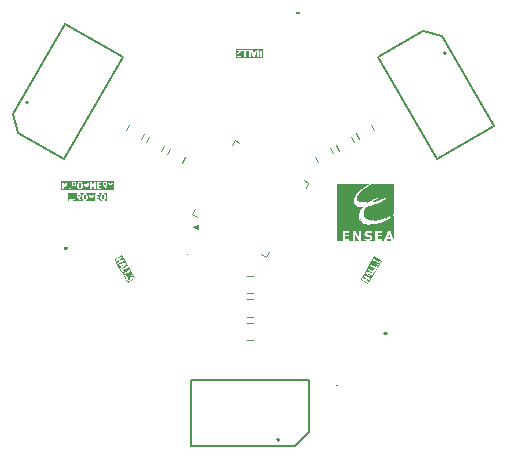
<source format=gbr>
%TF.GenerationSoftware,KiCad,Pcbnew,9.0.6-rc1*%
%TF.CreationDate,2025-10-31T17:35:14+01:00*%
%TF.ProjectId,PCB_BRUSHED,5043425f-4252-4555-9348-45442e6b6963,rev?*%
%TF.SameCoordinates,Original*%
%TF.FileFunction,Legend,Top*%
%TF.FilePolarity,Positive*%
%FSLAX46Y46*%
G04 Gerber Fmt 4.6, Leading zero omitted, Abs format (unit mm)*
G04 Created by KiCad (PCBNEW 9.0.6-rc1) date 2025-10-31 17:35:14*
%MOMM*%
%LPD*%
G01*
G04 APERTURE LIST*
%ADD10C,0.125000*%
%ADD11C,0.000000*%
%ADD12C,0.120000*%
%ADD13C,0.200000*%
%ADD14C,0.254000*%
%ADD15C,0.100000*%
G04 APERTURE END LIST*
D10*
G36*
X119182798Y-101681904D02*
G01*
X119150464Y-101625902D01*
X119250635Y-101605403D01*
X119182798Y-101681904D01*
G37*
G36*
X120294935Y-102768895D02*
G01*
X119645415Y-103143895D01*
X119399262Y-102717546D01*
X119506542Y-102717546D01*
X119509732Y-102770690D01*
X119510525Y-102773718D01*
X119510155Y-102775103D01*
X119513375Y-102784591D01*
X119515915Y-102794280D01*
X119516986Y-102795230D01*
X119517993Y-102798195D01*
X119589422Y-102921913D01*
X119591486Y-102924267D01*
X119591774Y-102925670D01*
X119598894Y-102932713D01*
X119605502Y-102940247D01*
X119606885Y-102940617D01*
X119609112Y-102942820D01*
X119653541Y-102972155D01*
X119662815Y-102975937D01*
X119671803Y-102980369D01*
X119704327Y-102989083D01*
X119714324Y-102989737D01*
X119724246Y-102991100D01*
X119777390Y-102987911D01*
X119780419Y-102987117D01*
X119781803Y-102987488D01*
X119791285Y-102984269D01*
X119800980Y-102981729D01*
X119801931Y-102980656D01*
X119804896Y-102979650D01*
X119907995Y-102920126D01*
X119910349Y-102918061D01*
X119911753Y-102917774D01*
X119918799Y-102910649D01*
X119926329Y-102904046D01*
X119926699Y-102902662D01*
X119928902Y-102900436D01*
X119958236Y-102856007D01*
X119962019Y-102846728D01*
X119966449Y-102837746D01*
X119975164Y-102805221D01*
X119975818Y-102795228D01*
X119977182Y-102785300D01*
X119975510Y-102757452D01*
X120112056Y-102784455D01*
X120129828Y-102784434D01*
X120132338Y-102785107D01*
X120133509Y-102784430D01*
X120136443Y-102784427D01*
X120154723Y-102772182D01*
X120173765Y-102761189D01*
X120174339Y-102759043D01*
X120176186Y-102757807D01*
X120180452Y-102736230D01*
X120186146Y-102714984D01*
X120185203Y-102712207D01*
X120185466Y-102710880D01*
X120184019Y-102708721D01*
X120178307Y-102691892D01*
X120023546Y-102423836D01*
X120007466Y-102405501D01*
X119961262Y-102393121D01*
X119919834Y-102417039D01*
X119907454Y-102463243D01*
X119915292Y-102486336D01*
X120001185Y-102635108D01*
X119888015Y-102612729D01*
X119870242Y-102612749D01*
X119867733Y-102612077D01*
X119866561Y-102612753D01*
X119863628Y-102612757D01*
X119845347Y-102625001D01*
X119826306Y-102635995D01*
X119825731Y-102638140D01*
X119823885Y-102639377D01*
X119819618Y-102660951D01*
X119813925Y-102682199D01*
X119814867Y-102684976D01*
X119814605Y-102686304D01*
X119816051Y-102688462D01*
X119821763Y-102705292D01*
X119850099Y-102754372D01*
X119851798Y-102782667D01*
X119848333Y-102795597D01*
X119832716Y-102819250D01*
X119755173Y-102864018D01*
X119726881Y-102865716D01*
X119713950Y-102862251D01*
X119690297Y-102846634D01*
X119633623Y-102748472D01*
X119631925Y-102720179D01*
X119638015Y-102697454D01*
X119639610Y-102673119D01*
X119615693Y-102631694D01*
X119569487Y-102619312D01*
X119528061Y-102643229D01*
X119517275Y-102665101D01*
X119508560Y-102697624D01*
X119507904Y-102707619D01*
X119506542Y-102717546D01*
X119399262Y-102717546D01*
X119218206Y-102403948D01*
X119295869Y-102403948D01*
X119303707Y-102427041D01*
X119422756Y-102633238D01*
X119438835Y-102651573D01*
X119485040Y-102663953D01*
X119526467Y-102640035D01*
X119538847Y-102593831D01*
X119531009Y-102570738D01*
X119443211Y-102418667D01*
X119822097Y-102199918D01*
X119840431Y-102183838D01*
X119852812Y-102137634D01*
X119828894Y-102096207D01*
X119782689Y-102083826D01*
X119759597Y-102091665D01*
X119326584Y-102341664D01*
X119308249Y-102357744D01*
X119295869Y-102403948D01*
X119218206Y-102403948D01*
X119015825Y-102053414D01*
X119093488Y-102053414D01*
X119101326Y-102076507D01*
X119220375Y-102282704D01*
X119236454Y-102301039D01*
X119282659Y-102313419D01*
X119324086Y-102289501D01*
X119336466Y-102243297D01*
X119328628Y-102220204D01*
X119240830Y-102068133D01*
X119619716Y-101849384D01*
X119638050Y-101833304D01*
X119650431Y-101787100D01*
X119626513Y-101745673D01*
X119580308Y-101733292D01*
X119557216Y-101741131D01*
X119124203Y-101991130D01*
X119105868Y-102007210D01*
X119093488Y-102053414D01*
X119015825Y-102053414D01*
X118754271Y-101600389D01*
X118844089Y-101600389D01*
X118853679Y-101647254D01*
X118893598Y-101673610D01*
X118917984Y-101673476D01*
X119021377Y-101652317D01*
X119095378Y-101780488D01*
X119025357Y-101859453D01*
X119013048Y-101880505D01*
X119015914Y-101928254D01*
X119051705Y-101959992D01*
X119099454Y-101957126D01*
X119118883Y-101942387D01*
X119468563Y-101548049D01*
X119480872Y-101526997D01*
X119480592Y-101522333D01*
X119483164Y-101518438D01*
X119479193Y-101499035D01*
X119478006Y-101479248D01*
X119474510Y-101476148D01*
X119473574Y-101471573D01*
X119457040Y-101460656D01*
X119442215Y-101447510D01*
X119437552Y-101447789D01*
X119433656Y-101445217D01*
X119409270Y-101445351D01*
X118892924Y-101551014D01*
X118870445Y-101560470D01*
X118844089Y-101600389D01*
X118754271Y-101600389D01*
X118539635Y-101228628D01*
X118617298Y-101228628D01*
X118641216Y-101270056D01*
X118687420Y-101282436D01*
X118710513Y-101274598D01*
X118883202Y-101174895D01*
X118963559Y-101314078D01*
X118790870Y-101413780D01*
X118772535Y-101429860D01*
X118760155Y-101476064D01*
X118784073Y-101517492D01*
X118830277Y-101529872D01*
X118853370Y-101522034D01*
X119286383Y-101272034D01*
X119304717Y-101255954D01*
X119317098Y-101209750D01*
X119293180Y-101168323D01*
X119246975Y-101155942D01*
X119223883Y-101163781D01*
X119071812Y-101251578D01*
X118991455Y-101112395D01*
X119143526Y-101024598D01*
X119161860Y-101008518D01*
X119174241Y-100962314D01*
X119150323Y-100920887D01*
X119104118Y-100908506D01*
X119081026Y-100916345D01*
X118648013Y-101166344D01*
X118629678Y-101182424D01*
X118617298Y-101228628D01*
X118539635Y-101228628D01*
X118508510Y-101174718D01*
X119158030Y-100799718D01*
X120294935Y-102768895D01*
G37*
G36*
X140119866Y-102405046D02*
G01*
X140087532Y-102461049D01*
X140019694Y-102384547D01*
X140119866Y-102405046D01*
G37*
G36*
X141152300Y-101277534D02*
G01*
X140017773Y-103242592D01*
X139368389Y-102867670D01*
X139399560Y-102813681D01*
X139477042Y-102813681D01*
X139489422Y-102859885D01*
X139507757Y-102875965D01*
X139940770Y-103125964D01*
X139963862Y-103133803D01*
X140010067Y-103121422D01*
X140033985Y-103079995D01*
X140021604Y-103033791D01*
X140003270Y-103017711D01*
X139830580Y-102918008D01*
X139910937Y-102778826D01*
X140083627Y-102878528D01*
X140106719Y-102886367D01*
X140152924Y-102873986D01*
X140176842Y-102832559D01*
X140164461Y-102786355D01*
X140146127Y-102770275D01*
X139713114Y-102520275D01*
X139690021Y-102512437D01*
X139643817Y-102524817D01*
X139619899Y-102566245D01*
X139632279Y-102612449D01*
X139650614Y-102628529D01*
X139802684Y-102716326D01*
X139722326Y-102855508D01*
X139570257Y-102767711D01*
X139547164Y-102759873D01*
X139500960Y-102772253D01*
X139477042Y-102813681D01*
X139399560Y-102813681D01*
X139697530Y-102297582D01*
X139787166Y-102297582D01*
X139789738Y-102301478D01*
X139789459Y-102306141D01*
X139801768Y-102327193D01*
X140151447Y-102721531D01*
X140170876Y-102736269D01*
X140218624Y-102739135D01*
X140254415Y-102707398D01*
X140257281Y-102659649D01*
X140244972Y-102638597D01*
X140174952Y-102559634D01*
X140248952Y-102431461D01*
X140352347Y-102452620D01*
X140376733Y-102452754D01*
X140416651Y-102426398D01*
X140426241Y-102379533D01*
X140399885Y-102339614D01*
X140377407Y-102330158D01*
X139861061Y-102224495D01*
X139836675Y-102224361D01*
X139832778Y-102226933D01*
X139828116Y-102226654D01*
X139813291Y-102239799D01*
X139796756Y-102250717D01*
X139795819Y-102255293D01*
X139792325Y-102258392D01*
X139791137Y-102278172D01*
X139787166Y-102297582D01*
X139697530Y-102297582D01*
X139875751Y-101988894D01*
X139953232Y-101988894D01*
X139965612Y-102035098D01*
X139983947Y-102051178D01*
X140416960Y-102301177D01*
X140440052Y-102309016D01*
X140486257Y-102296636D01*
X140502337Y-102278301D01*
X140621385Y-102072105D01*
X140629223Y-102049013D01*
X140616843Y-102002808D01*
X140575416Y-101978890D01*
X140529211Y-101991270D01*
X140513132Y-102009605D01*
X140425333Y-102161674D01*
X140046447Y-101942924D01*
X140023354Y-101935086D01*
X139977150Y-101947466D01*
X139953232Y-101988894D01*
X139875751Y-101988894D01*
X140078132Y-101638360D01*
X140155613Y-101638360D01*
X140167993Y-101684564D01*
X140186328Y-101700644D01*
X140619341Y-101950643D01*
X140642433Y-101958482D01*
X140688638Y-101946102D01*
X140704718Y-101927767D01*
X140823766Y-101721571D01*
X140831604Y-101698479D01*
X140819224Y-101652274D01*
X140777797Y-101628356D01*
X140731592Y-101640736D01*
X140715513Y-101659071D01*
X140627714Y-101811140D01*
X140248828Y-101592390D01*
X140225735Y-101584552D01*
X140179531Y-101596932D01*
X140155613Y-101638360D01*
X140078132Y-101638360D01*
X140332929Y-101197038D01*
X140417121Y-101197038D01*
X140423458Y-101220587D01*
X140458763Y-101291988D01*
X140471966Y-101341266D01*
X140469385Y-101384287D01*
X140472702Y-101408447D01*
X140504439Y-101444237D01*
X140552189Y-101447102D01*
X140587979Y-101415365D01*
X140594161Y-101391775D01*
X140597350Y-101338630D01*
X140596526Y-101332628D01*
X140827119Y-101465761D01*
X140786940Y-101535353D01*
X140779102Y-101558445D01*
X140791482Y-101604650D01*
X140832909Y-101628568D01*
X140879114Y-101616188D01*
X140895194Y-101597853D01*
X141038052Y-101350417D01*
X141045890Y-101327324D01*
X141033510Y-101281120D01*
X140992083Y-101257202D01*
X140945878Y-101269582D01*
X140929799Y-101287917D01*
X140889619Y-101357508D01*
X140510733Y-101138758D01*
X140487640Y-101130920D01*
X140481425Y-101132585D01*
X140475330Y-101130523D01*
X140459017Y-101138589D01*
X140441436Y-101143300D01*
X140438217Y-101148873D01*
X140432450Y-101151726D01*
X140426617Y-101168967D01*
X140417518Y-101184728D01*
X140419183Y-101190942D01*
X140417121Y-101197038D01*
X140332929Y-101197038D01*
X140502916Y-100902612D01*
X141152300Y-101277534D01*
G37*
G36*
X130319667Y-83780046D02*
G01*
X130287335Y-83683047D01*
X130352001Y-83683047D01*
X130319667Y-83780046D01*
G37*
G36*
X131063716Y-84102690D02*
G01*
X128789906Y-84102690D01*
X128789906Y-83834833D01*
X128852406Y-83834833D01*
X128852406Y-83882452D01*
X128853017Y-83885523D01*
X128852564Y-83886883D01*
X128855208Y-83896539D01*
X128857164Y-83906370D01*
X128858178Y-83907384D01*
X128859005Y-83910403D01*
X128882815Y-83958022D01*
X128888955Y-83965933D01*
X128894522Y-83974265D01*
X128918331Y-83998074D01*
X128926662Y-84003640D01*
X128934574Y-84009781D01*
X128982193Y-84033592D01*
X128985212Y-84034418D01*
X128986226Y-84035432D01*
X128996051Y-84037386D01*
X129005713Y-84040032D01*
X129007072Y-84039578D01*
X129010144Y-84040190D01*
X129129192Y-84040190D01*
X129132263Y-84039578D01*
X129133623Y-84040032D01*
X129143279Y-84037387D01*
X129153110Y-84035432D01*
X129154124Y-84034417D01*
X129157143Y-84033591D01*
X129204762Y-84009781D01*
X129212673Y-84003640D01*
X129221005Y-83998074D01*
X129244814Y-83974265D01*
X129258362Y-83953988D01*
X129258362Y-83906154D01*
X129224537Y-83872329D01*
X129176703Y-83872329D01*
X129156426Y-83885877D01*
X129139789Y-83902513D01*
X129114438Y-83915190D01*
X129024897Y-83915190D01*
X128999548Y-83902515D01*
X128990082Y-83893049D01*
X128977406Y-83867698D01*
X128977406Y-83844976D01*
X128993343Y-83797164D01*
X129268624Y-83521884D01*
X129282173Y-83501607D01*
X129282173Y-83453773D01*
X129282172Y-83453772D01*
X129285736Y-83453772D01*
X129285736Y-83501608D01*
X129319560Y-83535432D01*
X129343478Y-83540190D01*
X129519073Y-83540190D01*
X129519073Y-83977690D01*
X129523831Y-84001608D01*
X129557655Y-84035432D01*
X129605491Y-84035432D01*
X129639315Y-84001608D01*
X129644073Y-83977690D01*
X129644073Y-83477690D01*
X129639315Y-83453772D01*
X129690498Y-83453772D01*
X129690498Y-83501608D01*
X129724322Y-83535432D01*
X129748240Y-83540190D01*
X129923835Y-83540190D01*
X129923835Y-83977690D01*
X129928593Y-84001608D01*
X129962417Y-84035432D01*
X130010253Y-84035432D01*
X130044077Y-84001608D01*
X130048835Y-83977690D01*
X130048835Y-83477690D01*
X130047954Y-83473259D01*
X130090659Y-83473259D01*
X130093708Y-83497454D01*
X130260375Y-83997454D01*
X130272453Y-84018640D01*
X130276629Y-84020728D01*
X130278718Y-84024905D01*
X130297513Y-84031170D01*
X130315237Y-84040032D01*
X130319668Y-84038555D01*
X130324099Y-84040032D01*
X130341823Y-84031170D01*
X130360618Y-84024905D01*
X130362706Y-84020728D01*
X130366883Y-84018640D01*
X130378961Y-83997454D01*
X130545627Y-83497454D01*
X130548118Y-83477690D01*
X130590502Y-83477690D01*
X130590502Y-83977690D01*
X130595260Y-84001608D01*
X130629084Y-84035432D01*
X130676920Y-84035432D01*
X130710744Y-84001608D01*
X130715502Y-83977690D01*
X130715502Y-83802095D01*
X130876216Y-83802095D01*
X130876216Y-83977690D01*
X130880974Y-84001608D01*
X130914798Y-84035432D01*
X130962634Y-84035432D01*
X130996458Y-84001608D01*
X131001216Y-83977690D01*
X131001216Y-83477690D01*
X130996458Y-83453772D01*
X130962634Y-83419948D01*
X130914798Y-83419948D01*
X130880974Y-83453772D01*
X130876216Y-83477690D01*
X130876216Y-83677095D01*
X130715502Y-83677095D01*
X130715502Y-83477690D01*
X130710744Y-83453772D01*
X130676920Y-83419948D01*
X130629084Y-83419948D01*
X130595260Y-83453772D01*
X130590502Y-83477690D01*
X130548118Y-83477690D01*
X130548676Y-83473259D01*
X130527284Y-83430475D01*
X130481903Y-83415348D01*
X130439119Y-83436740D01*
X130427041Y-83457926D01*
X130393667Y-83558047D01*
X130245668Y-83558047D01*
X130212294Y-83457926D01*
X130200216Y-83436740D01*
X130157432Y-83415348D01*
X130112051Y-83430475D01*
X130090659Y-83473259D01*
X130047954Y-83473259D01*
X130044077Y-83453772D01*
X130010253Y-83419948D01*
X129986335Y-83415190D01*
X129748240Y-83415190D01*
X129724322Y-83419948D01*
X129690498Y-83453772D01*
X129639315Y-83453772D01*
X129605491Y-83419948D01*
X129581573Y-83415190D01*
X129343478Y-83415190D01*
X129319560Y-83419948D01*
X129285736Y-83453772D01*
X129282172Y-83453772D01*
X129248347Y-83419947D01*
X129248343Y-83419947D01*
X129224430Y-83415190D01*
X128914906Y-83415190D01*
X128890988Y-83419948D01*
X128857164Y-83453772D01*
X128857164Y-83501608D01*
X128890988Y-83535432D01*
X128914906Y-83540190D01*
X129073542Y-83540190D01*
X128894522Y-83719210D01*
X128892783Y-83721811D01*
X128891501Y-83722453D01*
X128886534Y-83731164D01*
X128880974Y-83739487D01*
X128880974Y-83740918D01*
X128879423Y-83743639D01*
X128855613Y-83815069D01*
X128854360Y-83825007D01*
X128852406Y-83834833D01*
X128789906Y-83834833D01*
X128789906Y-83352690D01*
X131063716Y-83352690D01*
X131063716Y-84102690D01*
G37*
G36*
X116065213Y-95697485D02*
G01*
X116093418Y-95725690D01*
X116111164Y-95796671D01*
X116111164Y-95947946D01*
X116093418Y-96018926D01*
X116065211Y-96047134D01*
X116039862Y-96059809D01*
X115974132Y-96059809D01*
X115948783Y-96047134D01*
X115920575Y-96018926D01*
X115902831Y-95947948D01*
X115902831Y-95796669D01*
X115920575Y-95725690D01*
X115948782Y-95697483D01*
X115974131Y-95684809D01*
X116039862Y-95684809D01*
X116065213Y-95697485D01*
G37*
G36*
X117612833Y-95697485D02*
G01*
X117641038Y-95725690D01*
X117658784Y-95796671D01*
X117658784Y-95947946D01*
X117641038Y-96018926D01*
X117612831Y-96047134D01*
X117587482Y-96059809D01*
X117521752Y-96059809D01*
X117496403Y-96047134D01*
X117468195Y-96018926D01*
X117450451Y-95947948D01*
X117450451Y-95796669D01*
X117468195Y-95725690D01*
X117496402Y-95697483D01*
X117521751Y-95684809D01*
X117587482Y-95684809D01*
X117612833Y-95697485D01*
G37*
G36*
X115565214Y-95697485D02*
G01*
X115574679Y-95706950D01*
X115587354Y-95732300D01*
X115587354Y-95774222D01*
X115574679Y-95799572D01*
X115565214Y-95809037D01*
X115539862Y-95821714D01*
X115426640Y-95821714D01*
X115426640Y-95684809D01*
X115539862Y-95684809D01*
X115565214Y-95697485D01*
G37*
G36*
X117846284Y-96247309D02*
G01*
X114596283Y-96247309D01*
X114596283Y-95622309D01*
X114658783Y-95622309D01*
X114658783Y-96122309D01*
X114663541Y-96146225D01*
X114663541Y-96146227D01*
X114697365Y-96180051D01*
X114721283Y-96184809D01*
X114959378Y-96184809D01*
X114983296Y-96180051D01*
X115017120Y-96146227D01*
X115017120Y-96098391D01*
X114993313Y-96074584D01*
X115044493Y-96074584D01*
X115044494Y-96122418D01*
X115044496Y-96122420D01*
X115058042Y-96142694D01*
X115081851Y-96166503D01*
X115102124Y-96180048D01*
X115102127Y-96180051D01*
X115149961Y-96180052D01*
X115149962Y-96180051D01*
X115149963Y-96180051D01*
X115149964Y-96180049D01*
X115170238Y-96166504D01*
X115194048Y-96142695D01*
X115207597Y-96122418D01*
X115207598Y-96074584D01*
X115207596Y-96074582D01*
X115194049Y-96054306D01*
X115170239Y-96030496D01*
X115149965Y-96016950D01*
X115149963Y-96016948D01*
X115149962Y-96016948D01*
X115149961Y-96016947D01*
X115102127Y-96016948D01*
X115081850Y-96030497D01*
X115058041Y-96054307D01*
X115044493Y-96074584D01*
X114993313Y-96074584D01*
X114983296Y-96064567D01*
X114959378Y-96059809D01*
X114783783Y-96059809D01*
X114783783Y-95622309D01*
X115301640Y-95622309D01*
X115301640Y-96122309D01*
X115306398Y-96146227D01*
X115340222Y-96180051D01*
X115388058Y-96180051D01*
X115421882Y-96146227D01*
X115426640Y-96122309D01*
X115426640Y-95946714D01*
X115450647Y-95946714D01*
X115598652Y-96158151D01*
X115616266Y-96175016D01*
X115663373Y-96183329D01*
X115702561Y-96155897D01*
X115710874Y-96108791D01*
X115701056Y-96086468D01*
X115594450Y-95934173D01*
X115630186Y-95916305D01*
X115638094Y-95910166D01*
X115646428Y-95904599D01*
X115670238Y-95880790D01*
X115675802Y-95872462D01*
X115681947Y-95864545D01*
X115705756Y-95816927D01*
X115706582Y-95813907D01*
X115707596Y-95812894D01*
X115709550Y-95803066D01*
X115712196Y-95793406D01*
X115711743Y-95792047D01*
X115712354Y-95788976D01*
X115777831Y-95788976D01*
X115777831Y-95955642D01*
X115779324Y-95963151D01*
X115779697Y-95970800D01*
X115803506Y-96066038D01*
X115806397Y-96072157D01*
X115806397Y-96074797D01*
X115810653Y-96081168D01*
X115813923Y-96088088D01*
X115816183Y-96089444D01*
X115819945Y-96095074D01*
X115867564Y-96142694D01*
X115875897Y-96148261D01*
X115883809Y-96154402D01*
X115931427Y-96178211D01*
X115934446Y-96179037D01*
X115935460Y-96180051D01*
X115945287Y-96182005D01*
X115954948Y-96184651D01*
X115956306Y-96184198D01*
X115959378Y-96184809D01*
X116054616Y-96184809D01*
X116057685Y-96184198D01*
X116059046Y-96184652D01*
X116068712Y-96182004D01*
X116078534Y-96180051D01*
X116079547Y-96179037D01*
X116082566Y-96178211D01*
X116130185Y-96154402D01*
X116138093Y-96148263D01*
X116146430Y-96142694D01*
X116194049Y-96095074D01*
X116197808Y-96089446D01*
X116200071Y-96088089D01*
X116203343Y-96081162D01*
X116207596Y-96074797D01*
X116207596Y-96072160D01*
X116210488Y-96066039D01*
X116234298Y-95970801D01*
X116234670Y-95963151D01*
X116236164Y-95955642D01*
X116236164Y-95788976D01*
X116234670Y-95781466D01*
X116234298Y-95773817D01*
X116210488Y-95678579D01*
X116207596Y-95672457D01*
X116207596Y-95669821D01*
X116203344Y-95663457D01*
X116200071Y-95656529D01*
X116197807Y-95655171D01*
X116194048Y-95649544D01*
X116166813Y-95622309D01*
X116325450Y-95622309D01*
X116325450Y-96122309D01*
X116330208Y-96146227D01*
X116364032Y-96180051D01*
X116411868Y-96180051D01*
X116445692Y-96146227D01*
X116450450Y-96122309D01*
X116450450Y-95904030D01*
X116497981Y-96005882D01*
X116507509Y-96018868D01*
X116508525Y-96021662D01*
X116510097Y-96022395D01*
X116512407Y-96025544D01*
X116532502Y-96032851D01*
X116551873Y-96041891D01*
X116554617Y-96040893D01*
X116557361Y-96041891D01*
X116576731Y-96032851D01*
X116596827Y-96025544D01*
X116599136Y-96022395D01*
X116600709Y-96021662D01*
X116601724Y-96018868D01*
X116611253Y-96005882D01*
X116658783Y-95904032D01*
X116658783Y-96122309D01*
X116663541Y-96146227D01*
X116697365Y-96180051D01*
X116745201Y-96180051D01*
X116779025Y-96146227D01*
X116783783Y-96122309D01*
X116783783Y-95622309D01*
X116896879Y-95622309D01*
X116896879Y-96122309D01*
X116901637Y-96146225D01*
X116901637Y-96146227D01*
X116935461Y-96180051D01*
X116959379Y-96184809D01*
X117197474Y-96184809D01*
X117221392Y-96180051D01*
X117255216Y-96146227D01*
X117255216Y-96098391D01*
X117221392Y-96064567D01*
X117197474Y-96059809D01*
X117021879Y-96059809D01*
X117021879Y-95922904D01*
X117126046Y-95922904D01*
X117149964Y-95918146D01*
X117183788Y-95884322D01*
X117183788Y-95836486D01*
X117149964Y-95802662D01*
X117126046Y-95797904D01*
X117021879Y-95797904D01*
X117021879Y-95788976D01*
X117325451Y-95788976D01*
X117325451Y-95955642D01*
X117326944Y-95963151D01*
X117327317Y-95970800D01*
X117351126Y-96066038D01*
X117354017Y-96072157D01*
X117354017Y-96074797D01*
X117358273Y-96081168D01*
X117361543Y-96088088D01*
X117363803Y-96089444D01*
X117367565Y-96095074D01*
X117415184Y-96142694D01*
X117423517Y-96148261D01*
X117431429Y-96154402D01*
X117479047Y-96178211D01*
X117482066Y-96179037D01*
X117483080Y-96180051D01*
X117492907Y-96182005D01*
X117502568Y-96184651D01*
X117503926Y-96184198D01*
X117506998Y-96184809D01*
X117602236Y-96184809D01*
X117605305Y-96184198D01*
X117606666Y-96184652D01*
X117616332Y-96182004D01*
X117626154Y-96180051D01*
X117627167Y-96179037D01*
X117630186Y-96178211D01*
X117677805Y-96154402D01*
X117685713Y-96148263D01*
X117694050Y-96142694D01*
X117741669Y-96095074D01*
X117745428Y-96089446D01*
X117747691Y-96088089D01*
X117750963Y-96081162D01*
X117755216Y-96074797D01*
X117755216Y-96072160D01*
X117758108Y-96066039D01*
X117781918Y-95970801D01*
X117782290Y-95963151D01*
X117783784Y-95955642D01*
X117783784Y-95788976D01*
X117782290Y-95781466D01*
X117781918Y-95773817D01*
X117758108Y-95678579D01*
X117755216Y-95672457D01*
X117755216Y-95669821D01*
X117750964Y-95663457D01*
X117747691Y-95656529D01*
X117745427Y-95655171D01*
X117741668Y-95649544D01*
X117694049Y-95601925D01*
X117685717Y-95596358D01*
X117677806Y-95590218D01*
X117630187Y-95566408D01*
X117627168Y-95565581D01*
X117626154Y-95564567D01*
X117616323Y-95562611D01*
X117606667Y-95559967D01*
X117605307Y-95560420D01*
X117602236Y-95559809D01*
X117506998Y-95559809D01*
X117503926Y-95560420D01*
X117502567Y-95559967D01*
X117492905Y-95562612D01*
X117483080Y-95564567D01*
X117482066Y-95565580D01*
X117479047Y-95566407D01*
X117431428Y-95590218D01*
X117423516Y-95596358D01*
X117415185Y-95601925D01*
X117367566Y-95649544D01*
X117363805Y-95655172D01*
X117361543Y-95656530D01*
X117358271Y-95663454D01*
X117354018Y-95669821D01*
X117354018Y-95672458D01*
X117351126Y-95678580D01*
X117327317Y-95773818D01*
X117326944Y-95781466D01*
X117325451Y-95788976D01*
X117021879Y-95788976D01*
X117021879Y-95684809D01*
X117197474Y-95684809D01*
X117221392Y-95680051D01*
X117255216Y-95646227D01*
X117255216Y-95598391D01*
X117221392Y-95564567D01*
X117197474Y-95559809D01*
X116959379Y-95559809D01*
X116935461Y-95564567D01*
X116901637Y-95598391D01*
X116896879Y-95622309D01*
X116783783Y-95622309D01*
X116779025Y-95598391D01*
X116771171Y-95590537D01*
X116767375Y-95580098D01*
X116754919Y-95574285D01*
X116745201Y-95564567D01*
X116734094Y-95564567D01*
X116724027Y-95559869D01*
X116711108Y-95564567D01*
X116697365Y-95564567D01*
X116689512Y-95572419D01*
X116679073Y-95576216D01*
X116664647Y-95595878D01*
X116554616Y-95831658D01*
X116444586Y-95595879D01*
X116430160Y-95576217D01*
X116419722Y-95572421D01*
X116411868Y-95564567D01*
X116398123Y-95564567D01*
X116385206Y-95559870D01*
X116375141Y-95564567D01*
X116364032Y-95564567D01*
X116354311Y-95574287D01*
X116341858Y-95580099D01*
X116338062Y-95590536D01*
X116330208Y-95598391D01*
X116325450Y-95622309D01*
X116166813Y-95622309D01*
X116146429Y-95601925D01*
X116138097Y-95596358D01*
X116130186Y-95590218D01*
X116082567Y-95566408D01*
X116079548Y-95565581D01*
X116078534Y-95564567D01*
X116068703Y-95562611D01*
X116059047Y-95559967D01*
X116057687Y-95560420D01*
X116054616Y-95559809D01*
X115959378Y-95559809D01*
X115956306Y-95560420D01*
X115954947Y-95559967D01*
X115945285Y-95562612D01*
X115935460Y-95564567D01*
X115934446Y-95565580D01*
X115931427Y-95566407D01*
X115883808Y-95590218D01*
X115875896Y-95596358D01*
X115867565Y-95601925D01*
X115819946Y-95649544D01*
X115816185Y-95655172D01*
X115813923Y-95656530D01*
X115810651Y-95663454D01*
X115806398Y-95669821D01*
X115806398Y-95672458D01*
X115803506Y-95678580D01*
X115779697Y-95773818D01*
X115779324Y-95781466D01*
X115777831Y-95788976D01*
X115712354Y-95788976D01*
X115712354Y-95717547D01*
X115711743Y-95714475D01*
X115712196Y-95713117D01*
X115709550Y-95703456D01*
X115707596Y-95693629D01*
X115706582Y-95692615D01*
X115705756Y-95689596D01*
X115681947Y-95641978D01*
X115675802Y-95634060D01*
X115670238Y-95625733D01*
X115646428Y-95601924D01*
X115638094Y-95596356D01*
X115630186Y-95590218D01*
X115582567Y-95566408D01*
X115579548Y-95565581D01*
X115578534Y-95564567D01*
X115568703Y-95562611D01*
X115559047Y-95559967D01*
X115557687Y-95560420D01*
X115554616Y-95559809D01*
X115364140Y-95559809D01*
X115340222Y-95564567D01*
X115306398Y-95598391D01*
X115301640Y-95622309D01*
X114783783Y-95622309D01*
X114779025Y-95598391D01*
X114745201Y-95564567D01*
X114697365Y-95564567D01*
X114663541Y-95598391D01*
X114658783Y-95622309D01*
X114596283Y-95622309D01*
X114596283Y-95497309D01*
X117846284Y-95497309D01*
X117846284Y-96247309D01*
G37*
G36*
X115651880Y-94717485D02*
G01*
X115680085Y-94745690D01*
X115697831Y-94816671D01*
X115697831Y-94967946D01*
X115680085Y-95038926D01*
X115651878Y-95067134D01*
X115626529Y-95079809D01*
X115560799Y-95079809D01*
X115535450Y-95067134D01*
X115507242Y-95038926D01*
X115489498Y-94967948D01*
X115489498Y-94816669D01*
X115507242Y-94745690D01*
X115535449Y-94717483D01*
X115560798Y-94704809D01*
X115626529Y-94704809D01*
X115651880Y-94717485D01*
G37*
G36*
X117770930Y-94717485D02*
G01*
X117780395Y-94726950D01*
X117793070Y-94752300D01*
X117793070Y-94794222D01*
X117780395Y-94819572D01*
X117770930Y-94829037D01*
X117745578Y-94841714D01*
X117632356Y-94841714D01*
X117632356Y-94704809D01*
X117745578Y-94704809D01*
X117770930Y-94717485D01*
G37*
G36*
X115151881Y-94717485D02*
G01*
X115161346Y-94726950D01*
X115174021Y-94752300D01*
X115174021Y-94794222D01*
X115161346Y-94819572D01*
X115151881Y-94829037D01*
X115126529Y-94841714D01*
X115013307Y-94841714D01*
X115013307Y-94704809D01*
X115126529Y-94704809D01*
X115151881Y-94717485D01*
G37*
G36*
X118455817Y-95267309D02*
G01*
X114016283Y-95267309D01*
X114016283Y-94642309D01*
X114078783Y-94642309D01*
X114078783Y-95142309D01*
X114083541Y-95166227D01*
X114117365Y-95200051D01*
X114165201Y-95200051D01*
X114199025Y-95166227D01*
X114203783Y-95142309D01*
X114203783Y-94924030D01*
X114251314Y-95025882D01*
X114260842Y-95038868D01*
X114261858Y-95041662D01*
X114263430Y-95042395D01*
X114265740Y-95045544D01*
X114285835Y-95052851D01*
X114305206Y-95061891D01*
X114307950Y-95060893D01*
X114310694Y-95061891D01*
X114330064Y-95052851D01*
X114350160Y-95045544D01*
X114352469Y-95042395D01*
X114354042Y-95041662D01*
X114355057Y-95038868D01*
X114364586Y-95025882D01*
X114412116Y-94924032D01*
X114412116Y-95142309D01*
X114416874Y-95166227D01*
X114450698Y-95200051D01*
X114498534Y-95200051D01*
X114532358Y-95166227D01*
X114537116Y-95142309D01*
X114537116Y-95094584D01*
X114631160Y-95094584D01*
X114631161Y-95142418D01*
X114631163Y-95142420D01*
X114644709Y-95162694D01*
X114668518Y-95186503D01*
X114688791Y-95200048D01*
X114688794Y-95200051D01*
X114736628Y-95200052D01*
X114736629Y-95200051D01*
X114736630Y-95200051D01*
X114736631Y-95200049D01*
X114756905Y-95186504D01*
X114780715Y-95162695D01*
X114794264Y-95142418D01*
X114794265Y-95094584D01*
X114794263Y-95094582D01*
X114780716Y-95074306D01*
X114756906Y-95050496D01*
X114736632Y-95036950D01*
X114736630Y-95036948D01*
X114736629Y-95036948D01*
X114736628Y-95036947D01*
X114688794Y-95036948D01*
X114668517Y-95050497D01*
X114644708Y-95074307D01*
X114631160Y-95094584D01*
X114537116Y-95094584D01*
X114537116Y-94642309D01*
X114888307Y-94642309D01*
X114888307Y-95142309D01*
X114893065Y-95166227D01*
X114926889Y-95200051D01*
X114974725Y-95200051D01*
X115008549Y-95166227D01*
X115013307Y-95142309D01*
X115013307Y-94966714D01*
X115141283Y-94966714D01*
X115144354Y-94966102D01*
X115145714Y-94966556D01*
X115155370Y-94963911D01*
X115165201Y-94961956D01*
X115166215Y-94960941D01*
X115169234Y-94960115D01*
X115216853Y-94936305D01*
X115224761Y-94930166D01*
X115233095Y-94924599D01*
X115256905Y-94900790D01*
X115262469Y-94892462D01*
X115268614Y-94884545D01*
X115292423Y-94836927D01*
X115293249Y-94833907D01*
X115294263Y-94832894D01*
X115296217Y-94823066D01*
X115298863Y-94813406D01*
X115298410Y-94812047D01*
X115299021Y-94808976D01*
X115364498Y-94808976D01*
X115364498Y-94975642D01*
X115365991Y-94983151D01*
X115366364Y-94990800D01*
X115390173Y-95086038D01*
X115393064Y-95092157D01*
X115393064Y-95094797D01*
X115397320Y-95101168D01*
X115400590Y-95108088D01*
X115402850Y-95109444D01*
X115406612Y-95115074D01*
X115454231Y-95162694D01*
X115462564Y-95168261D01*
X115470476Y-95174402D01*
X115518094Y-95198211D01*
X115521113Y-95199037D01*
X115522127Y-95200051D01*
X115531954Y-95202005D01*
X115541615Y-95204651D01*
X115542973Y-95204198D01*
X115546045Y-95204809D01*
X115641283Y-95204809D01*
X115644352Y-95204198D01*
X115645713Y-95204652D01*
X115655379Y-95202004D01*
X115665201Y-95200051D01*
X115666214Y-95199037D01*
X115669233Y-95198211D01*
X115716852Y-95174402D01*
X115724760Y-95168263D01*
X115733097Y-95162694D01*
X115780716Y-95115074D01*
X115784475Y-95109446D01*
X115786738Y-95108089D01*
X115790010Y-95101162D01*
X115794263Y-95094797D01*
X115794263Y-95092160D01*
X115797155Y-95086039D01*
X115820965Y-94990801D01*
X115821337Y-94983151D01*
X115822831Y-94975642D01*
X115822831Y-94808976D01*
X115821337Y-94801466D01*
X115820965Y-94793817D01*
X115797155Y-94698579D01*
X115794263Y-94692457D01*
X115794263Y-94689821D01*
X115790011Y-94683457D01*
X115786738Y-94676529D01*
X115784474Y-94675171D01*
X115780715Y-94669544D01*
X115753480Y-94642309D01*
X115912117Y-94642309D01*
X115912117Y-95142309D01*
X115916875Y-95166227D01*
X115950699Y-95200051D01*
X115998535Y-95200051D01*
X116032359Y-95166227D01*
X116037117Y-95142309D01*
X116037117Y-94924030D01*
X116084648Y-95025882D01*
X116094176Y-95038868D01*
X116095192Y-95041662D01*
X116096764Y-95042395D01*
X116099074Y-95045544D01*
X116119169Y-95052851D01*
X116138540Y-95061891D01*
X116141284Y-95060893D01*
X116144028Y-95061891D01*
X116163398Y-95052851D01*
X116183494Y-95045544D01*
X116185803Y-95042395D01*
X116187376Y-95041662D01*
X116188391Y-95038868D01*
X116197920Y-95025882D01*
X116245450Y-94924032D01*
X116245450Y-95142309D01*
X116250208Y-95166227D01*
X116284032Y-95200051D01*
X116331868Y-95200051D01*
X116365692Y-95166227D01*
X116370450Y-95142309D01*
X116370450Y-94642309D01*
X116483546Y-94642309D01*
X116483546Y-95142309D01*
X116488304Y-95166227D01*
X116522128Y-95200051D01*
X116569964Y-95200051D01*
X116603788Y-95166227D01*
X116608546Y-95142309D01*
X116608546Y-94924030D01*
X116656077Y-95025882D01*
X116665605Y-95038868D01*
X116666621Y-95041662D01*
X116668193Y-95042395D01*
X116670503Y-95045544D01*
X116690598Y-95052851D01*
X116709969Y-95061891D01*
X116712713Y-95060893D01*
X116715457Y-95061891D01*
X116734827Y-95052851D01*
X116754923Y-95045544D01*
X116757232Y-95042395D01*
X116758805Y-95041662D01*
X116759820Y-95038868D01*
X116769349Y-95025882D01*
X116816879Y-94924032D01*
X116816879Y-95142309D01*
X116821637Y-95166227D01*
X116855461Y-95200051D01*
X116903297Y-95200051D01*
X116937121Y-95166227D01*
X116941879Y-95142309D01*
X116941879Y-94642309D01*
X117054975Y-94642309D01*
X117054975Y-95142309D01*
X117059733Y-95166225D01*
X117059733Y-95166227D01*
X117093557Y-95200051D01*
X117117475Y-95204809D01*
X117355570Y-95204809D01*
X117379488Y-95200051D01*
X117413312Y-95166227D01*
X117413312Y-95118391D01*
X117379488Y-95084567D01*
X117355570Y-95079809D01*
X117179975Y-95079809D01*
X117179975Y-94942904D01*
X117284142Y-94942904D01*
X117308060Y-94938146D01*
X117341884Y-94904322D01*
X117341884Y-94856486D01*
X117308060Y-94822662D01*
X117284142Y-94817904D01*
X117179975Y-94817904D01*
X117179975Y-94704809D01*
X117355570Y-94704809D01*
X117379488Y-94700051D01*
X117413312Y-94666227D01*
X117413312Y-94642309D01*
X117507356Y-94642309D01*
X117507356Y-95142309D01*
X117512114Y-95166227D01*
X117545938Y-95200051D01*
X117593774Y-95200051D01*
X117627598Y-95166227D01*
X117632356Y-95142309D01*
X117632356Y-94966714D01*
X117656363Y-94966714D01*
X117804368Y-95178151D01*
X117821982Y-95195016D01*
X117869089Y-95203329D01*
X117908277Y-95175897D01*
X117916590Y-95128791D01*
X117906772Y-95106468D01*
X117800166Y-94954173D01*
X117835902Y-94936305D01*
X117843810Y-94930166D01*
X117852144Y-94924599D01*
X117875954Y-94900790D01*
X117881518Y-94892462D01*
X117887663Y-94884545D01*
X117911472Y-94836927D01*
X117912298Y-94833907D01*
X117913312Y-94832894D01*
X117915266Y-94823066D01*
X117917912Y-94813406D01*
X117917459Y-94812047D01*
X117918070Y-94808976D01*
X117918070Y-94737547D01*
X117917459Y-94734475D01*
X117917912Y-94733117D01*
X117915266Y-94723456D01*
X117913312Y-94713629D01*
X117912298Y-94712615D01*
X117911472Y-94709596D01*
X117887663Y-94661978D01*
X117881518Y-94654060D01*
X117880897Y-94653130D01*
X117936872Y-94653130D01*
X117945699Y-94675864D01*
X118102594Y-94922414D01*
X118102594Y-95142309D01*
X118107352Y-95166227D01*
X118141176Y-95200051D01*
X118189012Y-95200051D01*
X118222836Y-95166227D01*
X118227594Y-95142309D01*
X118227594Y-94922414D01*
X118384490Y-94675863D01*
X118393317Y-94653130D01*
X118382940Y-94606435D01*
X118342583Y-94580753D01*
X118295888Y-94591130D01*
X118279032Y-94608754D01*
X118165094Y-94787798D01*
X118051157Y-94608754D01*
X118034302Y-94591130D01*
X117987607Y-94580753D01*
X117947249Y-94606435D01*
X117936872Y-94653130D01*
X117880897Y-94653130D01*
X117875954Y-94645733D01*
X117852144Y-94621924D01*
X117843810Y-94616356D01*
X117835902Y-94610218D01*
X117788283Y-94586408D01*
X117785264Y-94585581D01*
X117784250Y-94584567D01*
X117774419Y-94582611D01*
X117764763Y-94579967D01*
X117763403Y-94580420D01*
X117760332Y-94579809D01*
X117569856Y-94579809D01*
X117545938Y-94584567D01*
X117512114Y-94618391D01*
X117507356Y-94642309D01*
X117413312Y-94642309D01*
X117413312Y-94618391D01*
X117379488Y-94584567D01*
X117355570Y-94579809D01*
X117117475Y-94579809D01*
X117093557Y-94584567D01*
X117059733Y-94618391D01*
X117054975Y-94642309D01*
X116941879Y-94642309D01*
X116937121Y-94618391D01*
X116929267Y-94610537D01*
X116925471Y-94600098D01*
X116913015Y-94594285D01*
X116903297Y-94584567D01*
X116892190Y-94584567D01*
X116882123Y-94579869D01*
X116869204Y-94584567D01*
X116855461Y-94584567D01*
X116847608Y-94592419D01*
X116837169Y-94596216D01*
X116822743Y-94615878D01*
X116712712Y-94851658D01*
X116602682Y-94615879D01*
X116588256Y-94596217D01*
X116577818Y-94592421D01*
X116569964Y-94584567D01*
X116556219Y-94584567D01*
X116543302Y-94579870D01*
X116533237Y-94584567D01*
X116522128Y-94584567D01*
X116512407Y-94594287D01*
X116499954Y-94600099D01*
X116496158Y-94610536D01*
X116488304Y-94618391D01*
X116483546Y-94642309D01*
X116370450Y-94642309D01*
X116365692Y-94618391D01*
X116357838Y-94610537D01*
X116354042Y-94600098D01*
X116341586Y-94594285D01*
X116331868Y-94584567D01*
X116320761Y-94584567D01*
X116310694Y-94579869D01*
X116297775Y-94584567D01*
X116284032Y-94584567D01*
X116276179Y-94592419D01*
X116265740Y-94596216D01*
X116251314Y-94615878D01*
X116141283Y-94851658D01*
X116031253Y-94615879D01*
X116016827Y-94596217D01*
X116006389Y-94592421D01*
X115998535Y-94584567D01*
X115984790Y-94584567D01*
X115971873Y-94579870D01*
X115961808Y-94584567D01*
X115950699Y-94584567D01*
X115940978Y-94594287D01*
X115928525Y-94600099D01*
X115924729Y-94610536D01*
X115916875Y-94618391D01*
X115912117Y-94642309D01*
X115753480Y-94642309D01*
X115733096Y-94621925D01*
X115724764Y-94616358D01*
X115716853Y-94610218D01*
X115669234Y-94586408D01*
X115666215Y-94585581D01*
X115665201Y-94584567D01*
X115655370Y-94582611D01*
X115645714Y-94579967D01*
X115644354Y-94580420D01*
X115641283Y-94579809D01*
X115546045Y-94579809D01*
X115542973Y-94580420D01*
X115541614Y-94579967D01*
X115531952Y-94582612D01*
X115522127Y-94584567D01*
X115521113Y-94585580D01*
X115518094Y-94586407D01*
X115470475Y-94610218D01*
X115462563Y-94616358D01*
X115454232Y-94621925D01*
X115406613Y-94669544D01*
X115402852Y-94675172D01*
X115400590Y-94676530D01*
X115397318Y-94683454D01*
X115393065Y-94689821D01*
X115393065Y-94692458D01*
X115390173Y-94698580D01*
X115366364Y-94793818D01*
X115365991Y-94801466D01*
X115364498Y-94808976D01*
X115299021Y-94808976D01*
X115299021Y-94737547D01*
X115298410Y-94734475D01*
X115298863Y-94733117D01*
X115296217Y-94723456D01*
X115294263Y-94713629D01*
X115293249Y-94712615D01*
X115292423Y-94709596D01*
X115268614Y-94661978D01*
X115262469Y-94654060D01*
X115256905Y-94645733D01*
X115233095Y-94621924D01*
X115224761Y-94616356D01*
X115216853Y-94610218D01*
X115169234Y-94586408D01*
X115166215Y-94585581D01*
X115165201Y-94584567D01*
X115155370Y-94582611D01*
X115145714Y-94579967D01*
X115144354Y-94580420D01*
X115141283Y-94579809D01*
X114950807Y-94579809D01*
X114926889Y-94584567D01*
X114893065Y-94618391D01*
X114888307Y-94642309D01*
X114537116Y-94642309D01*
X114532358Y-94618391D01*
X114524504Y-94610537D01*
X114520708Y-94600098D01*
X114508252Y-94594285D01*
X114498534Y-94584567D01*
X114487427Y-94584567D01*
X114477360Y-94579869D01*
X114464441Y-94584567D01*
X114450698Y-94584567D01*
X114442845Y-94592419D01*
X114432406Y-94596216D01*
X114417980Y-94615878D01*
X114307949Y-94851658D01*
X114197919Y-94615879D01*
X114183493Y-94596217D01*
X114173055Y-94592421D01*
X114165201Y-94584567D01*
X114151456Y-94584567D01*
X114138539Y-94579870D01*
X114128474Y-94584567D01*
X114117365Y-94584567D01*
X114107644Y-94594287D01*
X114095191Y-94600099D01*
X114091395Y-94610536D01*
X114083541Y-94618391D01*
X114078783Y-94642309D01*
X114016283Y-94642309D01*
X114016283Y-94517309D01*
X118455817Y-94517309D01*
X118455817Y-95267309D01*
G37*
D11*
%TO.C,G\u002A\u002A\u002A*%
G36*
X140635989Y-96016609D02*
G01*
X140633448Y-96019149D01*
X140630908Y-96016609D01*
X140633448Y-96014068D01*
X140635989Y-96016609D01*
G37*
G36*
X140441316Y-96129133D02*
G01*
X140440370Y-96130932D01*
X140435582Y-96135784D01*
X140434689Y-96136013D01*
X140434342Y-96132731D01*
X140435289Y-96130932D01*
X140440076Y-96126079D01*
X140440969Y-96125851D01*
X140441316Y-96129133D01*
G37*
G36*
X141775731Y-99404301D02*
G01*
X141923476Y-99405647D01*
X141950297Y-99483132D01*
X141977117Y-99560618D01*
X141776547Y-99560618D01*
X141732522Y-99560562D01*
X141691839Y-99560403D01*
X141655579Y-99560154D01*
X141624825Y-99559826D01*
X141600661Y-99559433D01*
X141584168Y-99558985D01*
X141576429Y-99558495D01*
X141575977Y-99558342D01*
X141577528Y-99553002D01*
X141581815Y-99539723D01*
X141588282Y-99520184D01*
X141596377Y-99496063D01*
X141601982Y-99479511D01*
X141627987Y-99402955D01*
X141775731Y-99404301D01*
G37*
G36*
X139398295Y-97907178D02*
G01*
X139407914Y-97915286D01*
X139421044Y-97927668D01*
X139436063Y-97942667D01*
X139451350Y-97958625D01*
X139465282Y-97973882D01*
X139476238Y-97986782D01*
X139482595Y-97995665D01*
X139482737Y-97995924D01*
X139485642Y-98004055D01*
X139481843Y-98004853D01*
X139471561Y-97998418D01*
X139455021Y-97984853D01*
X139451430Y-97981692D01*
X139427844Y-97959459D01*
X139409669Y-97939651D01*
X139397617Y-97923219D01*
X139392404Y-97911113D01*
X139393810Y-97905004D01*
X139398295Y-97907178D01*
G37*
G36*
X140614295Y-96028156D02*
G01*
X140600563Y-96036589D01*
X140578092Y-96049892D01*
X140547168Y-96067910D01*
X140522477Y-96082266D01*
X140499587Y-96095653D01*
X140480573Y-96106851D01*
X140467514Y-96114638D01*
X140464601Y-96116414D01*
X140454090Y-96122309D01*
X140448352Y-96124358D01*
X140447991Y-96124032D01*
X140452155Y-96120073D01*
X140463540Y-96112177D01*
X140480488Y-96101348D01*
X140501340Y-96088592D01*
X140524438Y-96074911D01*
X140548124Y-96061310D01*
X140570738Y-96048794D01*
X140583142Y-96042202D01*
X140603713Y-96031617D01*
X140615805Y-96025717D01*
X140619354Y-96024548D01*
X140614295Y-96028156D01*
G37*
G36*
X139278627Y-97546695D02*
G01*
X139281692Y-97550274D01*
X139287170Y-97561366D01*
X139291615Y-97576760D01*
X139292212Y-97579919D01*
X139295222Y-97592505D01*
X139301082Y-97612746D01*
X139309159Y-97638753D01*
X139318817Y-97668636D01*
X139329422Y-97700503D01*
X139340339Y-97732466D01*
X139350935Y-97762633D01*
X139360574Y-97789115D01*
X139368621Y-97810022D01*
X139372768Y-97819880D01*
X139379380Y-97835492D01*
X139383544Y-97846983D01*
X139384370Y-97851698D01*
X139380949Y-97848638D01*
X139373423Y-97838904D01*
X139363200Y-97824356D01*
X139359330Y-97818600D01*
X139325329Y-97760756D01*
X139299678Y-97702410D01*
X139282757Y-97644679D01*
X139274947Y-97588681D01*
X139274438Y-97569196D01*
X139274787Y-97553564D01*
X139275989Y-97546571D01*
X139278627Y-97546695D01*
G37*
G36*
X141776861Y-98982413D02*
G01*
X141779009Y-98987571D01*
X141783911Y-99000847D01*
X141791044Y-99020738D01*
X141799889Y-99045743D01*
X141809924Y-99074359D01*
X141820630Y-99105084D01*
X141831484Y-99136415D01*
X141841966Y-99166850D01*
X141851556Y-99194887D01*
X141859732Y-99219024D01*
X141865973Y-99237758D01*
X141869760Y-99249587D01*
X141870676Y-99253026D01*
X141865855Y-99253877D01*
X141852436Y-99254621D01*
X141831982Y-99255211D01*
X141806055Y-99255605D01*
X141776219Y-99255756D01*
X141774459Y-99255757D01*
X141678241Y-99255757D01*
X141692694Y-99213838D01*
X141699486Y-99194128D01*
X141708604Y-99167654D01*
X141719068Y-99137259D01*
X141729900Y-99105790D01*
X141735119Y-99090624D01*
X141747415Y-99054976D01*
X141756867Y-99027858D01*
X141763895Y-99008179D01*
X141768920Y-98994845D01*
X141772365Y-98986765D01*
X141774651Y-98982846D01*
X141776199Y-98981996D01*
X141776861Y-98982413D01*
G37*
G36*
X138872312Y-99024825D02*
G01*
X138875789Y-99029951D01*
X138883988Y-99042744D01*
X138896350Y-99062301D01*
X138912314Y-99087718D01*
X138931320Y-99118093D01*
X138952808Y-99152522D01*
X138976218Y-99190102D01*
X139000989Y-99229930D01*
X139026562Y-99271104D01*
X139052376Y-99312719D01*
X139077872Y-99353874D01*
X139102488Y-99393664D01*
X139125666Y-99431188D01*
X139146844Y-99465541D01*
X139165462Y-99495821D01*
X139180961Y-99521125D01*
X139192780Y-99540550D01*
X139200360Y-99553192D01*
X139203139Y-99558149D01*
X139203142Y-99558172D01*
X139198259Y-99558757D01*
X139184397Y-99559292D01*
X139162742Y-99559760D01*
X139134477Y-99560143D01*
X139100787Y-99560423D01*
X139062856Y-99560585D01*
X139035469Y-99560618D01*
X138867795Y-99560618D01*
X138867795Y-99290308D01*
X138867877Y-99234606D01*
X138868116Y-99183896D01*
X138868499Y-99138897D01*
X138869013Y-99100330D01*
X138869647Y-99068916D01*
X138870388Y-99045376D01*
X138871224Y-99030430D01*
X138872143Y-99024798D01*
X138872312Y-99024825D01*
G37*
G36*
X142190780Y-97380195D02*
G01*
X142190780Y-97410741D01*
X142026917Y-97491816D01*
X141986806Y-97511516D01*
X141947501Y-97530546D01*
X141910441Y-97548231D01*
X141877064Y-97563895D01*
X141848808Y-97576860D01*
X141827111Y-97586450D01*
X141815968Y-97591036D01*
X141792840Y-97600368D01*
X141770700Y-97610020D01*
X141753030Y-97618449D01*
X141747375Y-97621483D01*
X141729567Y-97630564D01*
X141711244Y-97638285D01*
X141706322Y-97639986D01*
X141689713Y-97645971D01*
X141674809Y-97652453D01*
X141673295Y-97653221D01*
X141660615Y-97658402D01*
X141651261Y-97660286D01*
X141643739Y-97662362D01*
X141628970Y-97668040D01*
X141608871Y-97676529D01*
X141585359Y-97687040D01*
X141577207Y-97690804D01*
X141544520Y-97705650D01*
X141520744Y-97715615D01*
X141505879Y-97720699D01*
X141499925Y-97720900D01*
X141502556Y-97716539D01*
X141508229Y-97713219D01*
X141521901Y-97706159D01*
X141542376Y-97695950D01*
X141568460Y-97683178D01*
X141598957Y-97668434D01*
X141632671Y-97652306D01*
X141641394Y-97648159D01*
X141675941Y-97631646D01*
X141707753Y-97616231D01*
X141735594Y-97602530D01*
X141758227Y-97591157D01*
X141774417Y-97582730D01*
X141782925Y-97577864D01*
X141783663Y-97577316D01*
X141790569Y-97572841D01*
X141805011Y-97564570D01*
X141825472Y-97553334D01*
X141850440Y-97539962D01*
X141878400Y-97525283D01*
X141883378Y-97522698D01*
X141923798Y-97501651D01*
X141955650Y-97484830D01*
X141979465Y-97471931D01*
X141995771Y-97462651D01*
X142005097Y-97456686D01*
X142007972Y-97453731D01*
X142004927Y-97453483D01*
X142003320Y-97453804D01*
X141997075Y-97454874D01*
X141995206Y-97454154D01*
X141998437Y-97451214D01*
X142007488Y-97445626D01*
X142023081Y-97436960D01*
X142045939Y-97424786D01*
X142076782Y-97408676D01*
X142095511Y-97398966D01*
X142190780Y-97349650D01*
X142190780Y-97380195D01*
G37*
G36*
X138767445Y-94764481D02*
G01*
X138911887Y-94764525D01*
X139046463Y-94764584D01*
X139171470Y-94764658D01*
X139287205Y-94764750D01*
X139393964Y-94764861D01*
X139492043Y-94764993D01*
X139581740Y-94765146D01*
X139663351Y-94765322D01*
X139737172Y-94765522D01*
X139803499Y-94765749D01*
X139862631Y-94766004D01*
X139914862Y-94766287D01*
X139960489Y-94766601D01*
X139999810Y-94766946D01*
X140033120Y-94767325D01*
X140060716Y-94767739D01*
X140082894Y-94768189D01*
X140099952Y-94768676D01*
X140112186Y-94769202D01*
X140119892Y-94769769D01*
X140123366Y-94770378D01*
X140122906Y-94771030D01*
X140122806Y-94771058D01*
X140107007Y-94776775D01*
X140086753Y-94786009D01*
X140066185Y-94796860D01*
X140064374Y-94797900D01*
X140047979Y-94807183D01*
X140024899Y-94819953D01*
X139997434Y-94834953D01*
X139967886Y-94850925D01*
X139944971Y-94863195D01*
X139814022Y-94936687D01*
X139690223Y-95014008D01*
X139570894Y-95096964D01*
X139453352Y-95187362D01*
X139406196Y-95226042D01*
X139323629Y-95296777D01*
X139249430Y-95364326D01*
X139182686Y-95429642D01*
X139122486Y-95493681D01*
X139067917Y-95557397D01*
X139018068Y-95621745D01*
X138988373Y-95663478D01*
X138973446Y-95686975D01*
X138955625Y-95717929D01*
X138935877Y-95754397D01*
X138915164Y-95794433D01*
X138894452Y-95836093D01*
X138874706Y-95877434D01*
X138856889Y-95916511D01*
X138841966Y-95951379D01*
X138830903Y-95980096D01*
X138829950Y-95982831D01*
X138808748Y-96054536D01*
X138794863Y-96124323D01*
X138788480Y-96190828D01*
X138789783Y-96252690D01*
X138791439Y-96268122D01*
X138804070Y-96332681D01*
X138825426Y-96394876D01*
X138855833Y-96455318D01*
X138895618Y-96514617D01*
X138945107Y-96573385D01*
X138966875Y-96596057D01*
X138984664Y-96613793D01*
X138998908Y-96627052D01*
X139011897Y-96637343D01*
X139025923Y-96646176D01*
X139043277Y-96655057D01*
X139066250Y-96665498D01*
X139084420Y-96673458D01*
X139134601Y-96694356D01*
X139180637Y-96711114D01*
X139224777Y-96724207D01*
X139269270Y-96734108D01*
X139316366Y-96741289D01*
X139368315Y-96746225D01*
X139427364Y-96749387D01*
X139448926Y-96750126D01*
X139554982Y-96753356D01*
X139489289Y-96821950D01*
X139465633Y-96847127D01*
X139441925Y-96873202D01*
X139420100Y-96897986D01*
X139402094Y-96919292D01*
X139392625Y-96931192D01*
X139375811Y-96952306D01*
X139357593Y-96973668D01*
X139341046Y-96991719D01*
X139335749Y-96997054D01*
X139322893Y-97010540D01*
X139313623Y-97022119D01*
X139309853Y-97029387D01*
X139309844Y-97029598D01*
X139311435Y-97033480D01*
X139317350Y-97030044D01*
X139320262Y-97027499D01*
X139330681Y-97018070D01*
X139320443Y-97041955D01*
X139315475Y-97055364D01*
X139313761Y-97064029D01*
X139314696Y-97065839D01*
X139316894Y-97070207D01*
X139314319Y-97083007D01*
X139307123Y-97103788D01*
X139295461Y-97132094D01*
X139281855Y-97162378D01*
X139252659Y-97233373D01*
X139231227Y-97302931D01*
X139223235Y-97338633D01*
X139221173Y-97355952D01*
X139219794Y-97381552D01*
X139219056Y-97413579D01*
X139218919Y-97450178D01*
X139219343Y-97489493D01*
X139220285Y-97529670D01*
X139221706Y-97568854D01*
X139223565Y-97605190D01*
X139225822Y-97636824D01*
X139228434Y-97661900D01*
X139230630Y-97675416D01*
X139244786Y-97730945D01*
X139263441Y-97782770D01*
X139287496Y-97832507D01*
X139317849Y-97881770D01*
X139355399Y-97932176D01*
X139401046Y-97985341D01*
X139406330Y-97991134D01*
X139434128Y-98020242D01*
X139460328Y-98044641D01*
X139486755Y-98065478D01*
X139515235Y-98083902D01*
X139547594Y-98101063D01*
X139585658Y-98118109D01*
X139631253Y-98136189D01*
X139645154Y-98141421D01*
X139696181Y-98159689D01*
X139741697Y-98174104D01*
X139785170Y-98185572D01*
X139830068Y-98195000D01*
X139879860Y-98203293D01*
X139884597Y-98204000D01*
X139915362Y-98208659D01*
X139946922Y-98213622D01*
X139975806Y-98218331D01*
X139998544Y-98222230D01*
X140000831Y-98222642D01*
X140020498Y-98225546D01*
X140042258Y-98227335D01*
X140067283Y-98227970D01*
X140096747Y-98227413D01*
X140131824Y-98225624D01*
X140173687Y-98222564D01*
X140223509Y-98218195D01*
X140269695Y-98213750D01*
X140300585Y-98210725D01*
X140328224Y-98208082D01*
X140350938Y-98205974D01*
X140367049Y-98204559D01*
X140374880Y-98203991D01*
X140375126Y-98203986D01*
X140381360Y-98201660D01*
X140381938Y-98200096D01*
X140377277Y-98198722D01*
X140364860Y-98198445D01*
X140347036Y-98199280D01*
X140340020Y-98199832D01*
X140311492Y-98202057D01*
X140282418Y-98203898D01*
X140254227Y-98205319D01*
X140228350Y-98206284D01*
X140206218Y-98206754D01*
X140189261Y-98206692D01*
X140178910Y-98206062D01*
X140176594Y-98204827D01*
X140178697Y-98204024D01*
X140189685Y-98202116D01*
X140208694Y-98199952D01*
X140233592Y-98197726D01*
X140262249Y-98195638D01*
X140282858Y-98194392D01*
X140311885Y-98192646D01*
X140337679Y-98190825D01*
X140358394Y-98189081D01*
X140372182Y-98187566D01*
X140376857Y-98186675D01*
X140384275Y-98185090D01*
X140399922Y-98182590D01*
X140421932Y-98179445D01*
X140448441Y-98175925D01*
X140468315Y-98173427D01*
X140496226Y-98169984D01*
X140520208Y-98166975D01*
X140542008Y-98164157D01*
X140563371Y-98161286D01*
X140586045Y-98158117D01*
X140611776Y-98154407D01*
X140642310Y-98149912D01*
X140679395Y-98144386D01*
X140724776Y-98137587D01*
X140724907Y-98137568D01*
X140853763Y-98113589D01*
X140983315Y-98080156D01*
X141114153Y-98037102D01*
X141205063Y-98001873D01*
X141250019Y-97983235D01*
X141296905Y-97963494D01*
X141344247Y-97943293D01*
X141390574Y-97923274D01*
X141434411Y-97904082D01*
X141474287Y-97886360D01*
X141508729Y-97870752D01*
X141536263Y-97857900D01*
X141550572Y-97850923D01*
X141573141Y-97839251D01*
X141600085Y-97824782D01*
X141629599Y-97808541D01*
X141659877Y-97791554D01*
X141689115Y-97774846D01*
X141715506Y-97759444D01*
X141737247Y-97746373D01*
X141752530Y-97736659D01*
X141756353Y-97734000D01*
X141768362Y-97726094D01*
X141785817Y-97715615D01*
X141805156Y-97704696D01*
X141807163Y-97703604D01*
X141829387Y-97690318D01*
X141852623Y-97674479D01*
X141870676Y-97660464D01*
X141888785Y-97645737D01*
X141907831Y-97631392D01*
X141921486Y-97621993D01*
X141934655Y-97613560D01*
X141943891Y-97607604D01*
X141946468Y-97605908D01*
X141945949Y-97601807D01*
X141945690Y-97601531D01*
X141939422Y-97601895D01*
X141926559Y-97607156D01*
X141908848Y-97616413D01*
X141888037Y-97628765D01*
X141869684Y-97640709D01*
X141853259Y-97650697D01*
X141838510Y-97657704D01*
X141829036Y-97660156D01*
X141820897Y-97659626D01*
X141821675Y-97656891D01*
X141827487Y-97652310D01*
X141834956Y-97647498D01*
X141849750Y-97638642D01*
X141870316Y-97626646D01*
X141895103Y-97612414D01*
X141922559Y-97596849D01*
X141925294Y-97595310D01*
X141952118Y-97580027D01*
X141975625Y-97566271D01*
X141994474Y-97554856D01*
X142007323Y-97546599D01*
X142012831Y-97542314D01*
X142012941Y-97542054D01*
X142009055Y-97541476D01*
X141999478Y-97545117D01*
X141997229Y-97546239D01*
X141984893Y-97551085D01*
X141978292Y-97550732D01*
X141978857Y-97545690D01*
X141982761Y-97541081D01*
X141989253Y-97536646D01*
X142003324Y-97528271D01*
X142023563Y-97516755D01*
X142048559Y-97502895D01*
X142076901Y-97487490D01*
X142089159Y-97480913D01*
X142188239Y-97427957D01*
X142189533Y-97961186D01*
X142189717Y-98049676D01*
X142189862Y-98146331D01*
X142189968Y-98249224D01*
X142190036Y-98356426D01*
X142190065Y-98466007D01*
X142190056Y-98576041D01*
X142190007Y-98684598D01*
X142189920Y-98789750D01*
X142189795Y-98889568D01*
X142189630Y-98982125D01*
X142189533Y-99025383D01*
X142188239Y-99556350D01*
X142042737Y-99163435D01*
X141897235Y-98770520D01*
X141778747Y-98770520D01*
X141660259Y-98770520D01*
X141514453Y-99164298D01*
X141368647Y-99558077D01*
X141271612Y-99559457D01*
X141174576Y-99560837D01*
X141174576Y-99484512D01*
X141174576Y-99408187D01*
X140989010Y-99408187D01*
X140803443Y-99408187D01*
X140804823Y-99310378D01*
X140806203Y-99212568D01*
X140977687Y-99211230D01*
X141149171Y-99209892D01*
X141149171Y-99133745D01*
X141149171Y-99057597D01*
X140976269Y-99057597D01*
X140803367Y-99057597D01*
X140804785Y-98990274D01*
X140806203Y-98922950D01*
X140990390Y-98921617D01*
X141174576Y-98920283D01*
X141174576Y-98844131D01*
X141174576Y-98767979D01*
X140887499Y-98767979D01*
X140600422Y-98767979D01*
X140600422Y-99164298D01*
X140600422Y-99560618D01*
X140365425Y-99560246D01*
X140310567Y-99560151D01*
X140265103Y-99560033D01*
X140228267Y-99559855D01*
X140199290Y-99559585D01*
X140177405Y-99559187D01*
X140161845Y-99558627D01*
X140151842Y-99557870D01*
X140146628Y-99556882D01*
X140145436Y-99555628D01*
X140147499Y-99554074D01*
X140152050Y-99552185D01*
X140155833Y-99550813D01*
X140203380Y-99530205D01*
X140245957Y-99504470D01*
X140282190Y-99474692D01*
X140310705Y-99441955D01*
X140325987Y-99416551D01*
X140342106Y-99373783D01*
X140349867Y-99329656D01*
X140349428Y-99285824D01*
X140340951Y-99243939D01*
X140324594Y-99205651D01*
X140302600Y-99174887D01*
X140282637Y-99155242D01*
X140259626Y-99137836D01*
X140232455Y-99122202D01*
X140200011Y-99107870D01*
X140161184Y-99094371D01*
X140114862Y-99081238D01*
X140059931Y-99068001D01*
X140036990Y-99062937D01*
X139993733Y-99053107D01*
X139959550Y-99044052D01*
X139933444Y-99035200D01*
X139914417Y-99025978D01*
X139901471Y-99015814D01*
X139893608Y-99004136D01*
X139889831Y-98990371D01*
X139889079Y-98978101D01*
X139893952Y-98954908D01*
X139908162Y-98934566D01*
X139931099Y-98917851D01*
X139939722Y-98913602D01*
X139962114Y-98906755D01*
X139991743Y-98902316D01*
X140025961Y-98900340D01*
X140062119Y-98900883D01*
X140097569Y-98903997D01*
X140129418Y-98909682D01*
X140171293Y-98922076D01*
X140213790Y-98938921D01*
X140252779Y-98958457D01*
X140273089Y-98970953D01*
X140288450Y-98979796D01*
X140302545Y-98985412D01*
X140308635Y-98986463D01*
X140321200Y-98986463D01*
X140319813Y-98896275D01*
X140318425Y-98806087D01*
X140280318Y-98792600D01*
X140229219Y-98776858D01*
X140177021Y-98765756D01*
X140121210Y-98758917D01*
X140059272Y-98755966D01*
X140033888Y-98755786D01*
X139988742Y-98756517D01*
X139951321Y-98758794D01*
X139919244Y-98763092D01*
X139890131Y-98769887D01*
X139861601Y-98779654D01*
X139831274Y-98792869D01*
X139819267Y-98798656D01*
X139774146Y-98825495D01*
X139737191Y-98857370D01*
X139708741Y-98893693D01*
X139689136Y-98933874D01*
X139678717Y-98977323D01*
X139677825Y-99023451D01*
X139679825Y-99040111D01*
X139690557Y-99084218D01*
X139708426Y-99122549D01*
X139733941Y-99155637D01*
X139767612Y-99184017D01*
X139809950Y-99208221D01*
X139859540Y-99228133D01*
X139877128Y-99233437D01*
X139902055Y-99240041D01*
X139931685Y-99247293D01*
X139963386Y-99254538D01*
X139982730Y-99258699D01*
X140021938Y-99267213D01*
X140052585Y-99274691D01*
X140076148Y-99281677D01*
X140094105Y-99288713D01*
X140107933Y-99296341D01*
X140119110Y-99305103D01*
X140124923Y-99310879D01*
X140135251Y-99324686D01*
X140139344Y-99339691D01*
X140139743Y-99349247D01*
X140137220Y-99370329D01*
X140128673Y-99386900D01*
X140112638Y-99400947D01*
X140093778Y-99411532D01*
X140081737Y-99417203D01*
X140071157Y-99421155D01*
X140059829Y-99423698D01*
X140045546Y-99425141D01*
X140026099Y-99425795D01*
X139999281Y-99425967D01*
X139990700Y-99425971D01*
X139958098Y-99425674D01*
X139932824Y-99424597D01*
X139912057Y-99422457D01*
X139892972Y-99418972D01*
X139874666Y-99414389D01*
X139814441Y-99394018D01*
X139757851Y-99366378D01*
X139726192Y-99346987D01*
X139708130Y-99335742D01*
X139692494Y-99327088D01*
X139681727Y-99322331D01*
X139679193Y-99321810D01*
X139676185Y-99322633D01*
X139673968Y-99325984D01*
X139672423Y-99333184D01*
X139671431Y-99345556D01*
X139670876Y-99364421D01*
X139670637Y-99391101D01*
X139670596Y-99417984D01*
X139670596Y-99514158D01*
X139699812Y-99525089D01*
X139719559Y-99532061D01*
X139744020Y-99540116D01*
X139768126Y-99547589D01*
X139769676Y-99548049D01*
X139810324Y-99560077D01*
X139608353Y-99560347D01*
X139406383Y-99560618D01*
X139406383Y-99164298D01*
X139406383Y-98767979D01*
X139312436Y-98767979D01*
X139218490Y-98767979D01*
X139217167Y-98995054D01*
X139215845Y-99222128D01*
X139071036Y-98995137D01*
X138926227Y-98768147D01*
X138803012Y-98768063D01*
X138679798Y-98767979D01*
X138679798Y-99164298D01*
X138679798Y-99560618D01*
X138540070Y-99560618D01*
X138400342Y-99560618D01*
X138400342Y-99484402D01*
X138400342Y-99408187D01*
X138214885Y-99408187D01*
X138029427Y-99408187D01*
X138029427Y-99309107D01*
X138029427Y-99210028D01*
X138202182Y-99210028D01*
X138374937Y-99210028D01*
X138374937Y-99133812D01*
X138374937Y-99057597D01*
X138202182Y-99057597D01*
X138029427Y-99057597D01*
X138029427Y-98989003D01*
X138029427Y-98920410D01*
X138214885Y-98920410D01*
X138400342Y-98920410D01*
X138400342Y-98844194D01*
X138400342Y-98767979D01*
X138113264Y-98767979D01*
X137826187Y-98767979D01*
X137826187Y-99164298D01*
X137826187Y-99560618D01*
X137607703Y-99560618D01*
X137389219Y-99560618D01*
X137389219Y-97162378D01*
X137389219Y-94764138D01*
X138767445Y-94764481D01*
G37*
G36*
X140967440Y-94763993D02*
G01*
X141061836Y-94764050D01*
X141165377Y-94764108D01*
X141278539Y-94764138D01*
X141294391Y-94764138D01*
X142190800Y-94764138D01*
X142189519Y-96047772D01*
X142188239Y-97331406D01*
X141984999Y-97429690D01*
X141932941Y-97454765D01*
X141889225Y-97475568D01*
X141853116Y-97492393D01*
X141823877Y-97505534D01*
X141800773Y-97515286D01*
X141783068Y-97521943D01*
X141770025Y-97525800D01*
X141760910Y-97527150D01*
X141754985Y-97526288D01*
X141751516Y-97523509D01*
X141751303Y-97523181D01*
X141745129Y-97522233D01*
X141732438Y-97526339D01*
X141724328Y-97530100D01*
X141704829Y-97538874D01*
X141682512Y-97547540D01*
X141672516Y-97550943D01*
X141659085Y-97555941D01*
X141638497Y-97564506D01*
X141612735Y-97575769D01*
X141583787Y-97588863D01*
X141553635Y-97602919D01*
X141553112Y-97603167D01*
X141514571Y-97621243D01*
X141479191Y-97637373D01*
X141445441Y-97652155D01*
X141411792Y-97666190D01*
X141376714Y-97680076D01*
X141338678Y-97694414D01*
X141296153Y-97709802D01*
X141247609Y-97726841D01*
X141191518Y-97746129D01*
X141166955Y-97754497D01*
X141147257Y-97761293D01*
X141121664Y-97770264D01*
X141093833Y-97780120D01*
X141072956Y-97787585D01*
X141011982Y-97807708D01*
X140947868Y-97825249D01*
X140879561Y-97840380D01*
X140806012Y-97853273D01*
X140726169Y-97864097D01*
X140638981Y-97873026D01*
X140543397Y-97880230D01*
X140483558Y-97883693D01*
X140446548Y-97885594D01*
X140417621Y-97886935D01*
X140394717Y-97887714D01*
X140375773Y-97887927D01*
X140358725Y-97887571D01*
X140341513Y-97886642D01*
X140322073Y-97885138D01*
X140302284Y-97883407D01*
X140273996Y-97879906D01*
X140250021Y-97875050D01*
X140231959Y-97869308D01*
X140221412Y-97863147D01*
X140219345Y-97859146D01*
X140223660Y-97857138D01*
X140235378Y-97859261D01*
X140238399Y-97860157D01*
X140251249Y-97862372D01*
X140273696Y-97864094D01*
X140305186Y-97865300D01*
X140345165Y-97865966D01*
X140376857Y-97866099D01*
X140416504Y-97866021D01*
X140448221Y-97865634D01*
X140474237Y-97864713D01*
X140496785Y-97863028D01*
X140518096Y-97860353D01*
X140540400Y-97856459D01*
X140565928Y-97851120D01*
X140596911Y-97844108D01*
X140600422Y-97843300D01*
X140609661Y-97840977D01*
X140611134Y-97839671D01*
X140604003Y-97838997D01*
X140590260Y-97838627D01*
X140575687Y-97838779D01*
X140553385Y-97839569D01*
X140525758Y-97840888D01*
X140495209Y-97842625D01*
X140474775Y-97843936D01*
X140441809Y-97846039D01*
X140416240Y-97847234D01*
X140395334Y-97847426D01*
X140376358Y-97846519D01*
X140356578Y-97844420D01*
X140333261Y-97841033D01*
X140317263Y-97838478D01*
X140244201Y-97826480D01*
X140180379Y-97815676D01*
X140125944Y-97806094D01*
X140081045Y-97797759D01*
X140045832Y-97790700D01*
X140020453Y-97784944D01*
X140009947Y-97782110D01*
X139989728Y-97775252D01*
X139962740Y-97764931D01*
X139931345Y-97752146D01*
X139897904Y-97737895D01*
X139864778Y-97723178D01*
X139834328Y-97708994D01*
X139816752Y-97700363D01*
X139785444Y-97680552D01*
X139752850Y-97652593D01*
X139720581Y-97618081D01*
X139690253Y-97578606D01*
X139683867Y-97569212D01*
X139659144Y-97530678D01*
X139639979Y-97497073D01*
X139625625Y-97466011D01*
X139615337Y-97435106D01*
X139608370Y-97401975D01*
X139603976Y-97364230D01*
X139601412Y-97319488D01*
X139600869Y-97303751D01*
X139600110Y-97245533D01*
X139601960Y-97193396D01*
X139606922Y-97145689D01*
X139615496Y-97100756D01*
X139628185Y-97056946D01*
X139645490Y-97012604D01*
X139667912Y-96966076D01*
X139695953Y-96915710D01*
X139730115Y-96859852D01*
X139740415Y-96843674D01*
X139763522Y-96807906D01*
X139782253Y-96779807D01*
X139797523Y-96758365D01*
X139810246Y-96742572D01*
X139821336Y-96731420D01*
X139831707Y-96723898D01*
X139842274Y-96718997D01*
X139853951Y-96715709D01*
X139856923Y-96715068D01*
X139877299Y-96710299D01*
X139897216Y-96704791D01*
X139906025Y-96701945D01*
X139917654Y-96698762D01*
X139937212Y-96694410D01*
X139962592Y-96689315D01*
X139991688Y-96683905D01*
X140015609Y-96679741D01*
X140073050Y-96669475D01*
X140121044Y-96659598D01*
X140160289Y-96649906D01*
X140191480Y-96640195D01*
X140215317Y-96630259D01*
X140232496Y-96619895D01*
X140239157Y-96614141D01*
X140250786Y-96606562D01*
X140267523Y-96603591D01*
X140273966Y-96603438D01*
X140302739Y-96601269D01*
X140324845Y-96595119D01*
X140339025Y-96585417D01*
X140342354Y-96580294D01*
X140348885Y-96571057D01*
X140354935Y-96567899D01*
X140362538Y-96565724D01*
X140376423Y-96559962D01*
X140393878Y-96551758D01*
X140397829Y-96549789D01*
X140420756Y-96539133D01*
X140445665Y-96528916D01*
X140466182Y-96521675D01*
X140499242Y-96507349D01*
X140521830Y-96491542D01*
X140540347Y-96477517D01*
X140556600Y-96468958D01*
X140568858Y-96466614D01*
X140573983Y-96468905D01*
X140573781Y-96473738D01*
X140571944Y-96474773D01*
X140568460Y-96480641D01*
X140568617Y-96488749D01*
X140570902Y-96500703D01*
X140622499Y-96480543D01*
X140648233Y-96470607D01*
X140679454Y-96458731D01*
X140712101Y-96446450D01*
X140740319Y-96435964D01*
X140829851Y-96401132D01*
X140911487Y-96365620D01*
X140984593Y-96329731D01*
X141048535Y-96293769D01*
X141080208Y-96273641D01*
X141106156Y-96256881D01*
X141134883Y-96239202D01*
X141162192Y-96223150D01*
X141177117Y-96214837D01*
X141202295Y-96200913D01*
X141229511Y-96185313D01*
X141254045Y-96170758D01*
X141260954Y-96166520D01*
X141282155Y-96153861D01*
X141308446Y-96138892D01*
X141335836Y-96123859D01*
X141351840Y-96115375D01*
X141394682Y-96090347D01*
X141428405Y-96064404D01*
X141454053Y-96036661D01*
X141466571Y-96017797D01*
X141474378Y-96003452D01*
X141477350Y-95994425D01*
X141476044Y-95987421D01*
X141472691Y-95981664D01*
X141459707Y-95970698D01*
X141440320Y-95966273D01*
X141415861Y-95968337D01*
X141387659Y-95976836D01*
X141367981Y-95985773D01*
X141348436Y-95995172D01*
X141329092Y-96002902D01*
X141306862Y-96010032D01*
X141278657Y-96017631D01*
X141268575Y-96020159D01*
X141249024Y-96025372D01*
X141233114Y-96030286D01*
X141223593Y-96034033D01*
X141222450Y-96034752D01*
X141214873Y-96037738D01*
X141200412Y-96041133D01*
X141183247Y-96044043D01*
X141165276Y-96046942D01*
X141151179Y-96049863D01*
X141144265Y-96052068D01*
X141139095Y-96058475D01*
X141142843Y-96063658D01*
X141150442Y-96065237D01*
X141155921Y-96066146D01*
X141152707Y-96068705D01*
X141143944Y-96072203D01*
X141129273Y-96078305D01*
X141110640Y-96086958D01*
X141098215Y-96093154D01*
X141054989Y-96112841D01*
X141007188Y-96130091D01*
X141002717Y-96131489D01*
X140987873Y-96137116D01*
X140969990Y-96145279D01*
X140962582Y-96149058D01*
X140947491Y-96156208D01*
X140934906Y-96160671D01*
X140930475Y-96161418D01*
X140921505Y-96164827D01*
X140918991Y-96168250D01*
X140912920Y-96173224D01*
X140898821Y-96180121D01*
X140878494Y-96188284D01*
X140853741Y-96197059D01*
X140826363Y-96205790D01*
X140798161Y-96213822D01*
X140783338Y-96217609D01*
X140758749Y-96223619D01*
X140733425Y-96229824D01*
X140712287Y-96235021D01*
X140709689Y-96235661D01*
X140691049Y-96241091D01*
X140674733Y-96247262D01*
X140666731Y-96251365D01*
X140645214Y-96261698D01*
X140616387Y-96270280D01*
X140582999Y-96276795D01*
X140547801Y-96280927D01*
X140513542Y-96282361D01*
X140482972Y-96280779D01*
X140458841Y-96275867D01*
X140457522Y-96275411D01*
X140432320Y-96270479D01*
X140402079Y-96270997D01*
X140370250Y-96276830D01*
X140362544Y-96279073D01*
X140350737Y-96282062D01*
X140343892Y-96282437D01*
X140343545Y-96282230D01*
X140346791Y-96278869D01*
X140357291Y-96271084D01*
X140373648Y-96259784D01*
X140394466Y-96245882D01*
X140418350Y-96230286D01*
X140443903Y-96213908D01*
X140469729Y-96197657D01*
X140494433Y-96182445D01*
X140516619Y-96169182D01*
X140519125Y-96167718D01*
X140578159Y-96132775D01*
X140629846Y-96100826D01*
X140676051Y-96070579D01*
X140718642Y-96040740D01*
X140759484Y-96010016D01*
X140800444Y-95977115D01*
X140829631Y-95952570D01*
X140849102Y-95936963D01*
X140870976Y-95920931D01*
X140885668Y-95911073D01*
X140905459Y-95897844D01*
X140916214Y-95888890D01*
X140917900Y-95884253D01*
X140910480Y-95883980D01*
X140906979Y-95884645D01*
X140897664Y-95886231D01*
X140897028Y-95884504D01*
X140901032Y-95881038D01*
X140912692Y-95872357D01*
X140918815Y-95868115D01*
X140923626Y-95864436D01*
X140920422Y-95864696D01*
X140912904Y-95867167D01*
X140898288Y-95873413D01*
X140875100Y-95884994D01*
X140843395Y-95901878D01*
X140803233Y-95924035D01*
X140754670Y-95951435D01*
X140742690Y-95958263D01*
X140710280Y-95976619D01*
X140683997Y-95991217D01*
X140664189Y-96001910D01*
X140651202Y-96008553D01*
X140645383Y-96010996D01*
X140647078Y-96009095D01*
X140656635Y-96002701D01*
X140674399Y-95991667D01*
X140699501Y-95976571D01*
X140718398Y-95964828D01*
X140733492Y-95954499D01*
X140742947Y-95946900D01*
X140745231Y-95943815D01*
X140749923Y-95936034D01*
X140763791Y-95924823D01*
X140786525Y-95910387D01*
X140817811Y-95892936D01*
X140835691Y-95883592D01*
X140859351Y-95871004D01*
X140875893Y-95861332D01*
X140885012Y-95854948D01*
X140886402Y-95852223D01*
X140879756Y-95853528D01*
X140864770Y-95859234D01*
X140850726Y-95865338D01*
X140829665Y-95874632D01*
X140803850Y-95885791D01*
X140777929Y-95896812D01*
X140770636Y-95899872D01*
X140722839Y-95920943D01*
X140675327Y-95943908D01*
X140631497Y-95967067D01*
X140601726Y-95984372D01*
X140583115Y-95995166D01*
X140558646Y-96008499D01*
X140531657Y-96022587D01*
X140508267Y-96034294D01*
X140483129Y-96047047D01*
X140458831Y-96060209D01*
X140438199Y-96072200D01*
X140424430Y-96081168D01*
X140406481Y-96093540D01*
X140387384Y-96105574D01*
X140369173Y-96116128D01*
X140353883Y-96124061D01*
X140343550Y-96128232D01*
X140340357Y-96128305D01*
X140335470Y-96130047D01*
X140323225Y-96136284D01*
X140304953Y-96146246D01*
X140281987Y-96159159D01*
X140255657Y-96174252D01*
X140227295Y-96190753D01*
X140198234Y-96207889D01*
X140169805Y-96224889D01*
X140143338Y-96240981D01*
X140120167Y-96255391D01*
X140110104Y-96261809D01*
X140088592Y-96276234D01*
X140063839Y-96293662D01*
X140040554Y-96310763D01*
X140036429Y-96313896D01*
X140015725Y-96329158D01*
X139998810Y-96339508D01*
X139982546Y-96346056D01*
X139963795Y-96349912D01*
X139939420Y-96352185D01*
X139925917Y-96352980D01*
X139905044Y-96353843D01*
X139892379Y-96353492D01*
X139886013Y-96351665D01*
X139884035Y-96348102D01*
X139883998Y-96347248D01*
X139887762Y-96341193D01*
X139899857Y-96339128D01*
X139900512Y-96339120D01*
X139915761Y-96336711D01*
X139933125Y-96330890D01*
X139937349Y-96328955D01*
X139957673Y-96318923D01*
X139929728Y-96321437D01*
X139911985Y-96323097D01*
X139888156Y-96325409D01*
X139862263Y-96327982D01*
X139850972Y-96329124D01*
X139832640Y-96330325D01*
X139805720Y-96331187D01*
X139771766Y-96331729D01*
X139732331Y-96331970D01*
X139688969Y-96331927D01*
X139643234Y-96331621D01*
X139596679Y-96331070D01*
X139550858Y-96330291D01*
X139507325Y-96329305D01*
X139467632Y-96328129D01*
X139433335Y-96326783D01*
X139405987Y-96325285D01*
X139387140Y-96323653D01*
X139386208Y-96323538D01*
X139363353Y-96320125D01*
X139349327Y-96316416D01*
X139342809Y-96311652D01*
X139342475Y-96305077D01*
X139344776Y-96299790D01*
X139346549Y-96289599D01*
X139339763Y-96280737D01*
X139323894Y-96272824D01*
X139298418Y-96265482D01*
X139296761Y-96265095D01*
X139258336Y-96256097D01*
X139228101Y-96248703D01*
X139204313Y-96242388D01*
X139185226Y-96236626D01*
X139169094Y-96230894D01*
X139154171Y-96224666D01*
X139139629Y-96217864D01*
X139102333Y-96198000D01*
X139071411Y-96177864D01*
X139048288Y-96158435D01*
X139040141Y-96149349D01*
X139030519Y-96132999D01*
X139025141Y-96112830D01*
X139023810Y-96087126D01*
X139026332Y-96054172D01*
X139027893Y-96042014D01*
X139031144Y-96018209D01*
X139034090Y-95996242D01*
X139036300Y-95979345D01*
X139037040Y-95973420D01*
X139039775Y-95961961D01*
X139045841Y-95942849D01*
X139054581Y-95917782D01*
X139065340Y-95888454D01*
X139077461Y-95856561D01*
X139090288Y-95823799D01*
X139103164Y-95791863D01*
X139115433Y-95762448D01*
X139126439Y-95737251D01*
X139135526Y-95717966D01*
X139137134Y-95714816D01*
X139147640Y-95696738D01*
X139162315Y-95674288D01*
X139179686Y-95649441D01*
X139198284Y-95624168D01*
X139216636Y-95600443D01*
X139233272Y-95580238D01*
X139246719Y-95565527D01*
X139252264Y-95560458D01*
X139260238Y-95552083D01*
X139271525Y-95537770D01*
X139284049Y-95520196D01*
X139287712Y-95514729D01*
X139306918Y-95488894D01*
X139333482Y-95458107D01*
X139366448Y-95423259D01*
X139404859Y-95385240D01*
X139447757Y-95344941D01*
X139494187Y-95303251D01*
X139543191Y-95261060D01*
X139593813Y-95219260D01*
X139645095Y-95178739D01*
X139666028Y-95162749D01*
X139780150Y-95079825D01*
X139892573Y-95005078D01*
X140005370Y-94937253D01*
X140120618Y-94875093D01*
X140223487Y-94825108D01*
X140239167Y-94817673D01*
X140253024Y-94810863D01*
X140265535Y-94804649D01*
X140277178Y-94799006D01*
X140288427Y-94793906D01*
X140299762Y-94789321D01*
X140311657Y-94785225D01*
X140324591Y-94781591D01*
X140339040Y-94778391D01*
X140355481Y-94775598D01*
X140374391Y-94773185D01*
X140396246Y-94771125D01*
X140421524Y-94769391D01*
X140450701Y-94767955D01*
X140484254Y-94766791D01*
X140522660Y-94765872D01*
X140566396Y-94765169D01*
X140615938Y-94764656D01*
X140671764Y-94764307D01*
X140734350Y-94764092D01*
X140804174Y-94763987D01*
X140881712Y-94763963D01*
X140967440Y-94763993D01*
G37*
D12*
%TO.C,C36*%
X122935995Y-92223751D02*
X123197247Y-91771249D01*
X124209053Y-92958751D02*
X124470305Y-92506249D01*
%TO.C,C14*%
X138957845Y-90491249D02*
X139219097Y-90943751D01*
X140230903Y-89756249D02*
X140492155Y-90208751D01*
D13*
%TO.C,J5*%
X140794129Y-83994873D02*
X144626291Y-81782373D01*
X144626291Y-81782373D02*
X146233871Y-82216783D01*
X145794129Y-92655127D02*
X140794129Y-83994873D01*
X146233871Y-82216783D02*
X150643871Y-89855127D01*
X150643871Y-89855127D02*
X145794129Y-92655127D01*
X146589208Y-83709039D02*
G75*
G02*
X146389208Y-83709039I-100000J0D01*
G01*
X146389208Y-83709039D02*
G75*
G02*
X146589208Y-83709039I100000J0D01*
G01*
D14*
%TO.C,J9*%
X114453615Y-100221028D02*
G75*
G02*
X114333415Y-100221028I-60100J0D01*
G01*
X114333415Y-100221028D02*
G75*
G02*
X114453615Y-100221028I60100J0D01*
G01*
D12*
%TO.C,C33*%
X130261252Y-102535000D02*
X129738748Y-102535000D01*
X130261252Y-104005000D02*
X129738748Y-104005000D01*
%TO.C,C32*%
X130261252Y-104540000D02*
X129738748Y-104540000D01*
X130261252Y-106010000D02*
X129738748Y-106010000D01*
D14*
%TO.C,J3*%
X141532258Y-107427886D02*
G75*
G02*
X141412058Y-107427886I-60100J0D01*
G01*
X141412058Y-107427886D02*
G75*
G02*
X141532258Y-107427886I60100J0D01*
G01*
D15*
%TO.C,D1*%
X124737501Y-100763990D02*
G75*
G02*
X124637499Y-100763990I-50001J0D01*
G01*
X124637499Y-100763990D02*
G75*
G02*
X124737501Y-100763990I50001J0D01*
G01*
D12*
%TO.C,U1*%
X125068648Y-97321352D02*
X125306148Y-96909990D01*
X125480010Y-97558852D02*
X125068648Y-97321352D01*
X128441148Y-91480010D02*
X128678648Y-91068648D01*
X128678648Y-91068648D02*
X129090010Y-91306148D01*
X131321352Y-100931352D02*
X130909990Y-100693852D01*
X131558852Y-100519990D02*
X131321352Y-100931352D01*
X134519990Y-94441148D02*
X134931352Y-94678648D01*
X134931352Y-94678648D02*
X134693852Y-95090010D01*
X125591276Y-98616134D02*
X125175584Y-98376134D01*
X125548430Y-98210345D01*
X125591276Y-98616134D01*
G36*
X125591276Y-98616134D02*
G01*
X125175584Y-98376134D01*
X125548430Y-98210345D01*
X125591276Y-98616134D01*
G37*
%TO.C,C29*%
X135509035Y-92470465D02*
X135770287Y-92922967D01*
X136782093Y-91735465D02*
X137043345Y-92187967D01*
D15*
%TO.C,LEDRED1*%
X137425000Y-111855000D02*
G75*
G02*
X137325000Y-111855000I-50000J0D01*
G01*
X137325000Y-111855000D02*
G75*
G02*
X137425000Y-111855000I50000J0D01*
G01*
D13*
%TO.C,J7*%
X125000000Y-111350000D02*
X135000000Y-111350000D01*
X125000000Y-116950000D02*
X125000000Y-111350000D01*
X133820000Y-116950000D02*
X125000000Y-116950000D01*
X135000000Y-111350000D02*
X135000000Y-115775000D01*
X135000000Y-115775000D02*
X133820000Y-116950000D01*
X132500000Y-116425000D02*
G75*
G02*
X132300000Y-116425000I-100000J0D01*
G01*
X132300000Y-116425000D02*
G75*
G02*
X132500000Y-116425000I100000J0D01*
G01*
D12*
%TO.C,C13*%
X119482845Y-90233751D02*
X119744097Y-89781249D01*
X120755903Y-90968751D02*
X121017155Y-90516249D01*
%TO.C,C30*%
X137232845Y-91491249D02*
X137494097Y-91943751D01*
X138505903Y-90756249D02*
X138767155Y-91208751D01*
D13*
%TO.C,J8*%
X109946129Y-88833217D02*
X114356129Y-81194873D01*
X110373709Y-90442627D02*
X109946129Y-88833217D01*
X114205871Y-92655127D02*
X110373709Y-90442627D01*
X114356129Y-81194873D02*
X119205871Y-83994873D01*
X119205871Y-83994873D02*
X114205871Y-92655127D01*
X111210792Y-87865961D02*
G75*
G02*
X111010792Y-87865961I-100000J0D01*
G01*
X111010792Y-87865961D02*
G75*
G02*
X111210792Y-87865961I100000J0D01*
G01*
D12*
%TO.C,C37*%
X121207845Y-91233751D02*
X121469097Y-90781249D01*
X122480903Y-91968751D02*
X122742155Y-91516249D01*
%TO.C,C12*%
X130261252Y-106540000D02*
X129738748Y-106540000D01*
X130261252Y-108010000D02*
X129738748Y-108010000D01*
D14*
%TO.C,J1*%
X134136100Y-80311785D02*
G75*
G02*
X134015900Y-80311785I-60100J0D01*
G01*
X134015900Y-80311785D02*
G75*
G02*
X134136100Y-80311785I60100J0D01*
G01*
%TD*%
M02*

</source>
